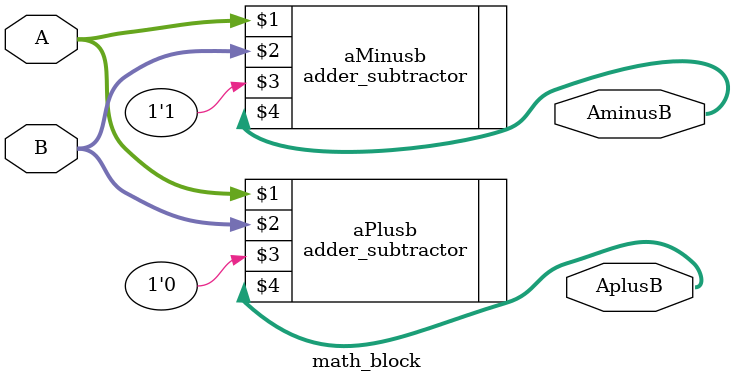
<source format=v>
module math_block(
    input [3:0] A,
    input [3:0] B,
    output [3:0] AplusB,
    output [3:0] AminusB
);

adder_subtractor aPlusb(A,B,1'b0,AplusB);
adder_subtractor aMinusb(A,B,1'b1,AminusB);

endmodule
</source>
